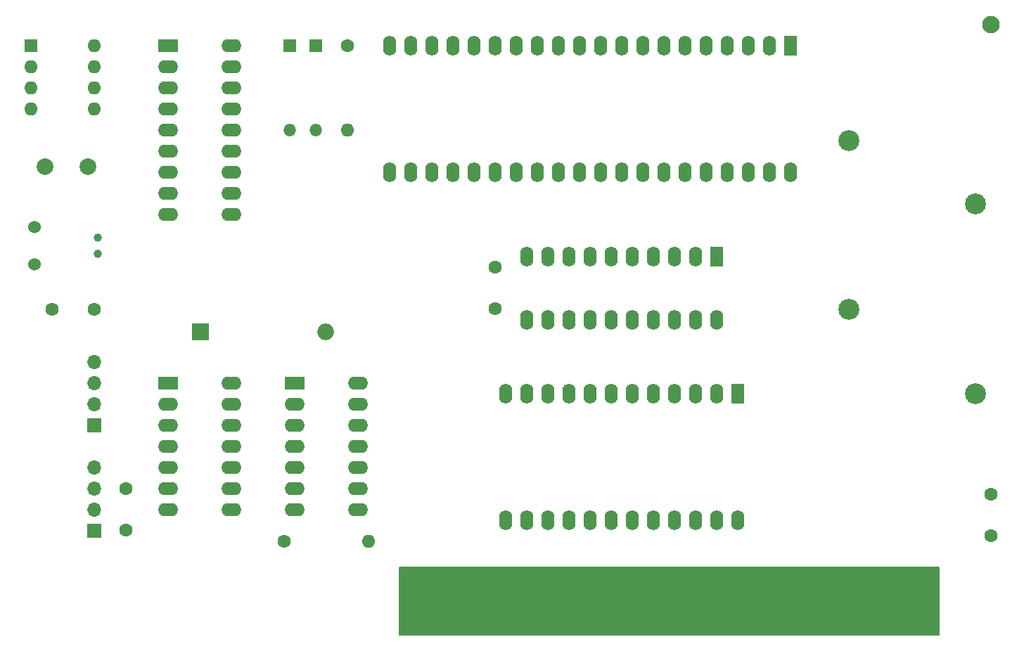
<source format=gbr>
%TF.GenerationSoftware,KiCad,Pcbnew,7.0.5-0*%
%TF.CreationDate,2023-06-19T18:26:53+02:00*%
%TF.ProjectId,Apple TimeMaster - reloaded,4170706c-6520-4546-996d-654d61737465,rev?*%
%TF.SameCoordinates,Original*%
%TF.FileFunction,Soldermask,Bot*%
%TF.FilePolarity,Negative*%
%FSLAX46Y46*%
G04 Gerber Fmt 4.6, Leading zero omitted, Abs format (unit mm)*
G04 Created by KiCad (PCBNEW 7.0.5-0) date 2023-06-19 18:26:53*
%MOMM*%
%LPD*%
G01*
G04 APERTURE LIST*
G04 Aperture macros list*
%AMRoundRect*
0 Rectangle with rounded corners*
0 $1 Rounding radius*
0 $2 $3 $4 $5 $6 $7 $8 $9 X,Y pos of 4 corners*
0 Add a 4 corners polygon primitive as box body*
4,1,4,$2,$3,$4,$5,$6,$7,$8,$9,$2,$3,0*
0 Add four circle primitives for the rounded corners*
1,1,$1+$1,$2,$3*
1,1,$1+$1,$4,$5*
1,1,$1+$1,$6,$7*
1,1,$1+$1,$8,$9*
0 Add four rect primitives between the rounded corners*
20,1,$1+$1,$2,$3,$4,$5,0*
20,1,$1+$1,$4,$5,$6,$7,0*
20,1,$1+$1,$6,$7,$8,$9,0*
20,1,$1+$1,$8,$9,$2,$3,0*%
G04 Aperture macros list end*
%ADD10C,0.150000*%
%ADD11C,1.600000*%
%ADD12R,2.000000X2.000000*%
%ADD13O,2.000000X2.000000*%
%ADD14R,1.500000X1.500000*%
%ADD15O,1.500000X1.500000*%
%ADD16O,1.600000X1.600000*%
%ADD17R,2.400000X1.600000*%
%ADD18O,2.400000X1.600000*%
%ADD19R,1.600000X2.400000*%
%ADD20O,1.600000X2.400000*%
%ADD21C,1.000000*%
%ADD22C,1.524000*%
%ADD23R,1.700000X1.700000*%
%ADD24O,1.700000X1.700000*%
%ADD25RoundRect,0.381000X0.381000X3.289000X-0.381000X3.289000X-0.381000X-3.289000X0.381000X-3.289000X0*%
%ADD26C,2.524000*%
%ADD27R,1.600000X1.600000*%
%ADD28C,2.000000*%
%ADD29C,2.100000*%
G04 APERTURE END LIST*
D10*
X190576200Y-134493000D02*
X125679200Y-134493000D01*
X125603000Y-126365000D01*
X190576200Y-126365000D01*
X190576200Y-134493000D01*
G36*
X190576200Y-134493000D02*
G01*
X125679200Y-134493000D01*
X125603000Y-126365000D01*
X190576200Y-126365000D01*
X190576200Y-134493000D01*
G37*
D11*
%TO.C,C5*%
X137150000Y-90210000D03*
X137150000Y-95210000D03*
%TD*%
D12*
%TO.C,C6*%
X101720000Y-98032500D03*
D13*
X116720000Y-98032500D03*
%TD*%
D14*
%TO.C,D1*%
X112395000Y-63500000D03*
D15*
X112395000Y-73660000D03*
%TD*%
D11*
%TO.C,R2*%
X111760000Y-123190000D03*
D16*
X121920000Y-123190000D03*
%TD*%
D17*
%TO.C,U1*%
X97790000Y-63500000D03*
D18*
X97790000Y-66040000D03*
X97790000Y-68580000D03*
X97790000Y-71120000D03*
X97790000Y-73660000D03*
X97790000Y-76200000D03*
X97790000Y-78740000D03*
X97790000Y-81280000D03*
X97790000Y-83820000D03*
X105410000Y-83820000D03*
X105410000Y-81280000D03*
X105410000Y-78740000D03*
X105410000Y-76200000D03*
X105410000Y-73660000D03*
X105410000Y-71120000D03*
X105410000Y-68580000D03*
X105410000Y-66040000D03*
X105410000Y-63500000D03*
%TD*%
D11*
%TO.C,C4*%
X92710000Y-121880000D03*
X92710000Y-116880000D03*
%TD*%
D19*
%TO.C,U3*%
X172715000Y-63500000D03*
D20*
X170175000Y-63500000D03*
X167635000Y-63500000D03*
X165095000Y-63500000D03*
X162555000Y-63500000D03*
X160015000Y-63500000D03*
X157475000Y-63500000D03*
X154935000Y-63500000D03*
X152395000Y-63500000D03*
X149855000Y-63500000D03*
X147315000Y-63500000D03*
X144775000Y-63500000D03*
X142235000Y-63500000D03*
X139695000Y-63500000D03*
X137155000Y-63500000D03*
X134615000Y-63500000D03*
X132075000Y-63500000D03*
X129535000Y-63500000D03*
X126995000Y-63500000D03*
X124455000Y-63500000D03*
X124455000Y-78740000D03*
X126995000Y-78740000D03*
X129535000Y-78740000D03*
X132075000Y-78740000D03*
X134615000Y-78740000D03*
X137155000Y-78740000D03*
X139695000Y-78740000D03*
X142235000Y-78740000D03*
X144775000Y-78740000D03*
X147315000Y-78740000D03*
X149855000Y-78740000D03*
X152395000Y-78740000D03*
X154935000Y-78740000D03*
X157475000Y-78740000D03*
X160015000Y-78740000D03*
X162555000Y-78740000D03*
X165095000Y-78740000D03*
X167635000Y-78740000D03*
X170175000Y-78740000D03*
X172715000Y-78740000D03*
%TD*%
D17*
%TO.C,U6*%
X113040000Y-104135000D03*
D18*
X113040000Y-106675000D03*
X113040000Y-109215000D03*
X113040000Y-111755000D03*
X113040000Y-114295000D03*
X113040000Y-116835000D03*
X113040000Y-119375000D03*
X120660000Y-119375000D03*
X120660000Y-116835000D03*
X120660000Y-114295000D03*
X120660000Y-111755000D03*
X120660000Y-109215000D03*
X120660000Y-106675000D03*
X120660000Y-104135000D03*
%TD*%
D21*
%TO.C,XTAL1*%
X89300000Y-86677500D03*
X89300000Y-88577500D03*
D22*
X81680000Y-89852500D03*
X81680000Y-85407500D03*
%TD*%
D23*
%TO.C,J3*%
X88900000Y-121920000D03*
D24*
X88900000Y-119380000D03*
X88900000Y-116840000D03*
X88900000Y-114300000D03*
%TD*%
D11*
%TO.C,C2*%
X83860000Y-95250000D03*
X88860000Y-95250000D03*
%TD*%
%TO.C,R1*%
X119380000Y-63500000D03*
D16*
X119380000Y-73660000D03*
%TD*%
D23*
%TO.C,J2*%
X88900000Y-109220000D03*
D24*
X88900000Y-106680000D03*
X88900000Y-104140000D03*
X88900000Y-101600000D03*
%TD*%
D25*
%TO.C,J1*%
X188595000Y-130075000D03*
X186055000Y-130075000D03*
X183515000Y-130075000D03*
X180975000Y-130075000D03*
X178435000Y-130075000D03*
X175895000Y-130075000D03*
X173355000Y-130075000D03*
X170815000Y-130075000D03*
X168275000Y-130075000D03*
X165735000Y-130075000D03*
X163195000Y-130075000D03*
X160655000Y-130075000D03*
X158115000Y-130075000D03*
X155575000Y-130075000D03*
X153035000Y-130075000D03*
X150495000Y-130075000D03*
X147955000Y-130075000D03*
X145415000Y-130075000D03*
X142875000Y-130075000D03*
X140335000Y-130075000D03*
X137795000Y-130075000D03*
X135255000Y-130075000D03*
X132715000Y-130075000D03*
X130175000Y-130075000D03*
X127635000Y-130075000D03*
%TD*%
D19*
%TO.C,U2*%
X163820000Y-88910000D03*
D20*
X161280000Y-88910000D03*
X158740000Y-88910000D03*
X156200000Y-88910000D03*
X153660000Y-88910000D03*
X151120000Y-88910000D03*
X148580000Y-88910000D03*
X146040000Y-88910000D03*
X143500000Y-88910000D03*
X140960000Y-88910000D03*
X140960000Y-96530000D03*
X143500000Y-96530000D03*
X146040000Y-96530000D03*
X148580000Y-96530000D03*
X151120000Y-96530000D03*
X153660000Y-96530000D03*
X156200000Y-96530000D03*
X158740000Y-96530000D03*
X161280000Y-96530000D03*
X163820000Y-96530000D03*
%TD*%
D26*
%TO.C,BT1*%
X179705000Y-74950000D03*
X194945000Y-105450000D03*
X179705000Y-95250000D03*
X194945000Y-82550000D03*
%TD*%
D19*
%TO.C,U4*%
X166370000Y-105410000D03*
D20*
X163830000Y-105410000D03*
X161290000Y-105410000D03*
X158750000Y-105410000D03*
X156210000Y-105410000D03*
X153670000Y-105410000D03*
X151130000Y-105410000D03*
X148590000Y-105410000D03*
X146050000Y-105410000D03*
X143510000Y-105410000D03*
X140970000Y-105410000D03*
X138430000Y-105410000D03*
X138430000Y-120650000D03*
X140970000Y-120650000D03*
X143510000Y-120650000D03*
X146050000Y-120650000D03*
X148590000Y-120650000D03*
X151130000Y-120650000D03*
X153670000Y-120650000D03*
X156210000Y-120650000D03*
X158750000Y-120650000D03*
X161290000Y-120650000D03*
X163830000Y-120650000D03*
X166370000Y-120650000D03*
%TD*%
D14*
%TO.C,D2*%
X115570000Y-63500000D03*
D15*
X115570000Y-73660000D03*
%TD*%
D27*
%TO.C,SW1*%
X81290000Y-63510000D03*
D16*
X81290000Y-66050000D03*
X81290000Y-68590000D03*
X81290000Y-71130000D03*
X88910000Y-71130000D03*
X88910000Y-68590000D03*
X88910000Y-66050000D03*
X88910000Y-63510000D03*
%TD*%
D28*
%TO.C,C1*%
X82931000Y-78105000D03*
X88138000Y-78105000D03*
%TD*%
D29*
%TO.C,H1*%
X196850000Y-60960000D03*
%TD*%
D17*
%TO.C,U5*%
X97790000Y-104135000D03*
D18*
X97790000Y-106675000D03*
X97790000Y-109215000D03*
X97790000Y-111755000D03*
X97790000Y-114295000D03*
X97790000Y-116835000D03*
X97790000Y-119375000D03*
X105410000Y-119375000D03*
X105410000Y-116835000D03*
X105410000Y-114295000D03*
X105410000Y-111755000D03*
X105410000Y-109215000D03*
X105410000Y-106675000D03*
X105410000Y-104135000D03*
%TD*%
D11*
%TO.C,C3*%
X196850000Y-117515000D03*
X196850000Y-122515000D03*
%TD*%
M02*

</source>
